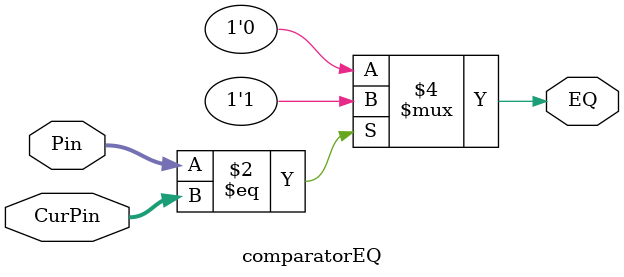
<source format=v>
module comparatorEQ(Pin, CurPin, EQ);
	input [3:0] Pin, CurPin;
	output reg EQ;
	
	always @(*) begin
		if (Pin == CurPin) begin
			EQ = 1'b1;
		end
		else begin
			EQ = 1'b0;
		end
	end
endmodule
			
</source>
